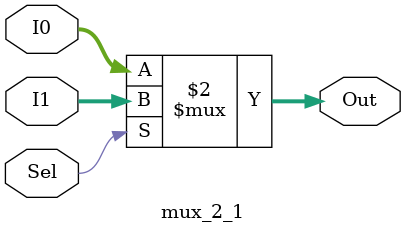
<source format=v>
module mux_2_1(I0, I1, Sel, Out);

//===========================================================
// Parameter Declarations
//===========================================================
parameter WIDTH = 32;       // Width of the data bus, default is 32 bits

//===========================================================
// Port Declarations
//===========================================================
input [WIDTH-1:0] I0;      // First input data bus
input [WIDTH-1:0] I1;      // Second input data bus
input Sel;                // Selection signal (0 or 1)
output [WIDTH-1:0] Out;   // Output data bus

//===========================================================
// Multiplexer Logic
//===========================================================
assign Out = (Sel == 0) ? I0 : I1;  // Output is I0 if Sel is 0, otherwise I1

endmodule

</source>
